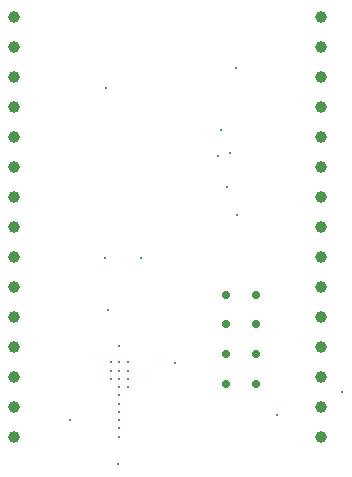
<source format=gbr>
%TF.GenerationSoftware,KiCad,Pcbnew,9.0.2*%
%TF.CreationDate,2025-06-04T19:43:58+07:00*%
%TF.ProjectId,Wheelspeed New,57686565-6c73-4706-9565-64204e65772e,rev?*%
%TF.SameCoordinates,Original*%
%TF.FileFunction,Plated,1,2,PTH,Drill*%
%TF.FilePolarity,Positive*%
%FSLAX46Y46*%
G04 Gerber Fmt 4.6, Leading zero omitted, Abs format (unit mm)*
G04 Created by KiCad (PCBNEW 9.0.2) date 2025-06-04 19:43:58*
%MOMM*%
%LPD*%
G01*
G04 APERTURE LIST*
%TA.AperFunction,ViaDrill*%
%ADD10C,0.300000*%
%TD*%
%TA.AperFunction,ComponentDrill*%
%ADD11C,0.700000*%
%TD*%
%TA.AperFunction,ComponentDrill*%
%ADD12C,1.000000*%
%TD*%
G04 APERTURE END LIST*
D10*
X106700000Y-142100000D03*
X109700000Y-128400000D03*
X109750000Y-114000000D03*
X109900000Y-132800000D03*
X110200000Y-137200000D03*
X110200000Y-137900000D03*
X110200000Y-138600000D03*
X110800000Y-145800000D03*
X110900000Y-135800000D03*
X110900000Y-137200000D03*
X110900000Y-137900000D03*
X110900000Y-138600000D03*
X110900000Y-139300000D03*
X110900000Y-140000000D03*
X110900000Y-140700000D03*
X110900000Y-141400000D03*
X110900000Y-142100000D03*
X110900000Y-142800000D03*
X110900000Y-143500000D03*
X111600000Y-137200000D03*
X111600000Y-137900000D03*
X111600000Y-138600000D03*
X111600000Y-139300000D03*
X112700000Y-128400000D03*
X115600000Y-137300000D03*
X119250000Y-119750000D03*
X119500000Y-117500000D03*
X120000000Y-122340000D03*
X120250000Y-119500000D03*
X120750000Y-112250000D03*
X120874293Y-124755707D03*
X124200000Y-141700000D03*
X129750000Y-139750000D03*
D11*
%TO.C,RL1*%
X119960000Y-131500000D03*
%TO.C,RR1*%
X119960000Y-134000000D03*
%TO.C,FR1*%
X119960000Y-136500000D03*
%TO.C,FL1*%
X119960000Y-139000000D03*
%TO.C,RL1*%
X122500000Y-131500000D03*
%TO.C,RR1*%
X122500000Y-134000000D03*
%TO.C,FR1*%
X122500000Y-136500000D03*
%TO.C,FL1*%
X122500000Y-139000000D03*
D12*
%TO.C,J3*%
X102000000Y-108000000D03*
X102000000Y-110540000D03*
X102000000Y-113080000D03*
X102000000Y-115620000D03*
X102000000Y-118160000D03*
X102000000Y-120700000D03*
X102000000Y-123240000D03*
X102000000Y-125780000D03*
X102000000Y-128320000D03*
X102000000Y-130860000D03*
X102000000Y-133400000D03*
X102000000Y-135940000D03*
X102000000Y-138480000D03*
X102000000Y-141020000D03*
X102000000Y-143560000D03*
%TO.C,J4*%
X128000000Y-108000000D03*
X128000000Y-110540000D03*
X128000000Y-113080000D03*
X128000000Y-115620000D03*
X128000000Y-118160000D03*
X128000000Y-120700000D03*
X128000000Y-123240000D03*
X128000000Y-125780000D03*
X128000000Y-128320000D03*
X128000000Y-130860000D03*
X128000000Y-133400000D03*
X128000000Y-135940000D03*
X128000000Y-138480000D03*
X128000000Y-141020000D03*
X128000000Y-143560000D03*
M02*

</source>
